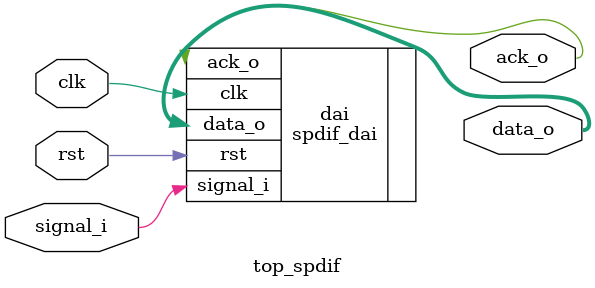
<source format=v>
`timescale 1ns / 1ps

module top_spdif(
    input wire clk,
    input wire rst,
    
    input wire signal_i,
    output wire ack_o,
    output wire [23:0] data_o
    );
    

spdif_dai dai(
    .clk(clk), .rst(rst),
    .signal_i(signal_i),
    .ack_o(ack_o), .data_o(data_o));

endmodule

</source>
